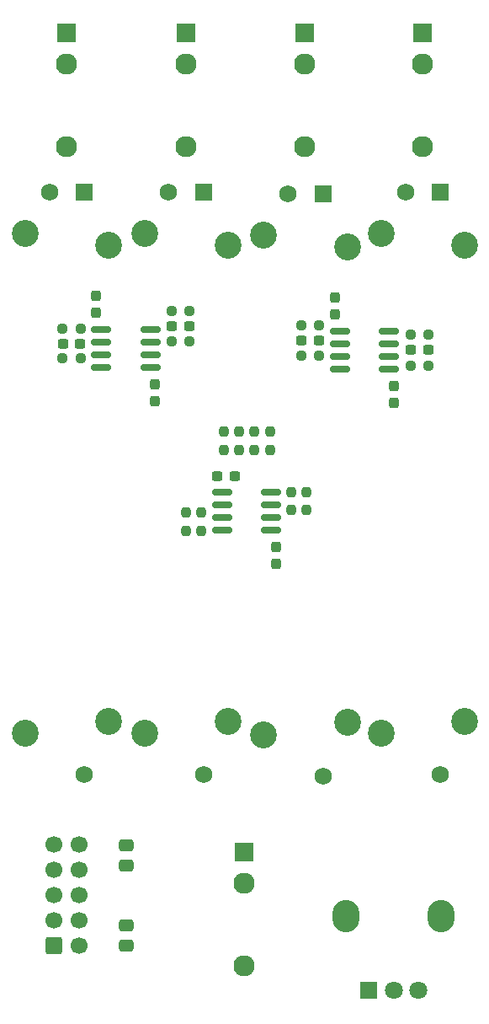
<source format=gbr>
%TF.GenerationSoftware,KiCad,Pcbnew,6.0.11+dfsg-1~bpo11+1*%
%TF.CreationDate,2023-04-14T14:38:55+08:00*%
%TF.ProjectId,MiniMix - Main,4d696e69-4d69-4782-902d-204d61696e2e,rev?*%
%TF.SameCoordinates,Original*%
%TF.FileFunction,Soldermask,Bot*%
%TF.FilePolarity,Negative*%
%FSLAX46Y46*%
G04 Gerber Fmt 4.6, Leading zero omitted, Abs format (unit mm)*
G04 Created by KiCad (PCBNEW 6.0.11+dfsg-1~bpo11+1) date 2023-04-14 14:38:55*
%MOMM*%
%LPD*%
G01*
G04 APERTURE LIST*
G04 Aperture macros list*
%AMRoundRect*
0 Rectangle with rounded corners*
0 $1 Rounding radius*
0 $2 $3 $4 $5 $6 $7 $8 $9 X,Y pos of 4 corners*
0 Add a 4 corners polygon primitive as box body*
4,1,4,$2,$3,$4,$5,$6,$7,$8,$9,$2,$3,0*
0 Add four circle primitives for the rounded corners*
1,1,$1+$1,$2,$3*
1,1,$1+$1,$4,$5*
1,1,$1+$1,$6,$7*
1,1,$1+$1,$8,$9*
0 Add four rect primitives between the rounded corners*
20,1,$1+$1,$2,$3,$4,$5,0*
20,1,$1+$1,$4,$5,$6,$7,0*
20,1,$1+$1,$6,$7,$8,$9,0*
20,1,$1+$1,$8,$9,$2,$3,0*%
G04 Aperture macros list end*
%ADD10R,1.750000X1.750000*%
%ADD11C,1.750000*%
%ADD12C,2.700000*%
%ADD13R,1.930000X1.830000*%
%ADD14C,2.130000*%
%ADD15O,2.720000X3.240000*%
%ADD16R,1.800000X1.800000*%
%ADD17C,1.800000*%
%ADD18RoundRect,0.237500X0.237500X-0.250000X0.237500X0.250000X-0.237500X0.250000X-0.237500X-0.250000X0*%
%ADD19RoundRect,0.237500X-0.300000X-0.237500X0.300000X-0.237500X0.300000X0.237500X-0.300000X0.237500X0*%
%ADD20RoundRect,0.237500X-0.250000X-0.237500X0.250000X-0.237500X0.250000X0.237500X-0.250000X0.237500X0*%
%ADD21RoundRect,0.237500X0.237500X-0.300000X0.237500X0.300000X-0.237500X0.300000X-0.237500X-0.300000X0*%
%ADD22RoundRect,0.237500X0.250000X0.237500X-0.250000X0.237500X-0.250000X-0.237500X0.250000X-0.237500X0*%
%ADD23RoundRect,0.237500X0.300000X0.237500X-0.300000X0.237500X-0.300000X-0.237500X0.300000X-0.237500X0*%
%ADD24RoundRect,0.250000X-0.475000X0.337500X-0.475000X-0.337500X0.475000X-0.337500X0.475000X0.337500X0*%
%ADD25RoundRect,0.150000X-0.825000X-0.150000X0.825000X-0.150000X0.825000X0.150000X-0.825000X0.150000X0*%
%ADD26RoundRect,0.250000X-0.600000X-0.600000X0.600000X-0.600000X0.600000X0.600000X-0.600000X0.600000X0*%
%ADD27C,1.700000*%
G04 APERTURE END LIST*
D10*
%TO.C,RV1*%
X154879275Y-74800000D03*
D11*
X151379275Y-74800000D03*
X154879275Y-133300000D03*
D12*
X148929275Y-78950000D03*
X148929275Y-129150000D03*
X157329275Y-80150000D03*
X157329275Y-127950000D03*
%TD*%
D13*
%TO.C,J3*%
X177079275Y-58820000D03*
D14*
X177079275Y-70220000D03*
X177079275Y-61920000D03*
%TD*%
D13*
%TO.C,J2*%
X165079275Y-58800000D03*
D14*
X165079275Y-70200000D03*
X165079275Y-61900000D03*
%TD*%
D10*
%TO.C,RV4*%
X190679275Y-74800000D03*
D11*
X187179275Y-74800000D03*
X190679275Y-133300000D03*
D12*
X193129275Y-80150000D03*
X184729275Y-129150000D03*
X184729275Y-78950000D03*
X193129275Y-127950000D03*
%TD*%
D15*
%TO.C,RV5*%
X190800000Y-147500000D03*
X181200000Y-147500000D03*
D16*
X183500000Y-155000000D03*
D17*
X186000000Y-155000000D03*
X188500000Y-155000000D03*
%TD*%
D13*
%TO.C,J1*%
X153129275Y-58800000D03*
D14*
X153129275Y-70200000D03*
X153129275Y-61900000D03*
%TD*%
D13*
%TO.C,J5*%
X171000000Y-141070000D03*
D14*
X171000000Y-152470000D03*
X171000000Y-144170000D03*
%TD*%
D13*
%TO.C,J4*%
X188879275Y-58820000D03*
D14*
X188879275Y-70220000D03*
X188879275Y-61920000D03*
%TD*%
D10*
%TO.C,RV3*%
X178890000Y-74920000D03*
D11*
X175390000Y-74920000D03*
X178890000Y-133420000D03*
D12*
X172940000Y-129270000D03*
X181340000Y-80270000D03*
X181340000Y-128070000D03*
X172940000Y-79070000D03*
%TD*%
D10*
%TO.C,RV2*%
X166879275Y-74800000D03*
D11*
X163379275Y-74800000D03*
X166879275Y-133300000D03*
D12*
X169329275Y-127950000D03*
X169329275Y-80150000D03*
X160929275Y-129150000D03*
X160929275Y-78950000D03*
%TD*%
D18*
%TO.C,R12*%
X173550000Y-100662500D03*
X173550000Y-98837500D03*
%TD*%
%TO.C,R8*%
X172000000Y-100662500D03*
X172000000Y-98837500D03*
%TD*%
D19*
%TO.C,C12*%
X168287500Y-103350000D03*
X170012500Y-103350000D03*
%TD*%
%TO.C,C5*%
X163700000Y-88250000D03*
X165425000Y-88250000D03*
%TD*%
D18*
%TO.C,R22*%
X165100000Y-108812500D03*
X165100000Y-106987500D03*
%TD*%
D20*
%TO.C,R3*%
X152687500Y-88500000D03*
X154512500Y-88500000D03*
%TD*%
D18*
%TO.C,R9*%
X168900000Y-100662500D03*
X168900000Y-98837500D03*
%TD*%
%TO.C,R20*%
X177250000Y-106712500D03*
X177250000Y-104887500D03*
%TD*%
%TO.C,R7*%
X170450000Y-100662500D03*
X170450000Y-98837500D03*
%TD*%
D21*
%TO.C,C11*%
X174200000Y-112162500D03*
X174200000Y-110437500D03*
%TD*%
D22*
%TO.C,R11*%
X189512500Y-92200000D03*
X187687500Y-92200000D03*
%TD*%
D23*
%TO.C,C6*%
X178462500Y-89700000D03*
X176737500Y-89700000D03*
%TD*%
D24*
%TO.C,C4*%
X159100000Y-148412500D03*
X159100000Y-150487500D03*
%TD*%
D25*
%TO.C,U2*%
X180575000Y-92555000D03*
X180575000Y-91285000D03*
X180575000Y-90015000D03*
X180575000Y-88745000D03*
X185525000Y-88745000D03*
X185525000Y-90015000D03*
X185525000Y-91285000D03*
X185525000Y-92555000D03*
%TD*%
D21*
%TO.C,C9*%
X180100000Y-87062500D03*
X180100000Y-85337500D03*
%TD*%
%TO.C,C2*%
X156100000Y-86912500D03*
X156100000Y-85187500D03*
%TD*%
D24*
%TO.C,C3*%
X159100000Y-140362500D03*
X159100000Y-142437500D03*
%TD*%
D22*
%TO.C,R1*%
X165475000Y-86700000D03*
X163650000Y-86700000D03*
%TD*%
D20*
%TO.C,R5*%
X176687500Y-91250000D03*
X178512500Y-91250000D03*
%TD*%
D18*
%TO.C,R16*%
X175700000Y-106712500D03*
X175700000Y-104887500D03*
%TD*%
D26*
%TO.C,J6*%
X151800000Y-150500000D03*
D27*
X154340000Y-150500000D03*
X151800000Y-147960000D03*
X154340000Y-147960000D03*
X151800000Y-145420000D03*
X154340000Y-145420000D03*
X151800000Y-142880000D03*
X154340000Y-142880000D03*
X151800000Y-140340000D03*
X154340000Y-140340000D03*
%TD*%
D25*
%TO.C,U1*%
X156575000Y-92405000D03*
X156575000Y-91135000D03*
X156575000Y-89865000D03*
X156575000Y-88595000D03*
X161525000Y-88595000D03*
X161525000Y-89865000D03*
X161525000Y-91135000D03*
X161525000Y-92405000D03*
%TD*%
%TO.C,U3*%
X168725000Y-108755000D03*
X168725000Y-107485000D03*
X168725000Y-106215000D03*
X168725000Y-104945000D03*
X173675000Y-104945000D03*
X173675000Y-106215000D03*
X173675000Y-107485000D03*
X173675000Y-108755000D03*
%TD*%
D19*
%TO.C,C10*%
X187737500Y-90650000D03*
X189462500Y-90650000D03*
%TD*%
D22*
%TO.C,R4*%
X165475000Y-89800000D03*
X163650000Y-89800000D03*
%TD*%
D21*
%TO.C,C1*%
X162000000Y-95812500D03*
X162000000Y-94087500D03*
%TD*%
D22*
%TO.C,R10*%
X189512500Y-89125000D03*
X187687500Y-89125000D03*
%TD*%
D20*
%TO.C,R2*%
X176687500Y-88150000D03*
X178512500Y-88150000D03*
%TD*%
D23*
%TO.C,C7*%
X154462500Y-90000000D03*
X152737500Y-90000000D03*
%TD*%
D18*
%TO.C,R21*%
X166650000Y-108812500D03*
X166650000Y-106987500D03*
%TD*%
D21*
%TO.C,C8*%
X186050000Y-95962500D03*
X186050000Y-94237500D03*
%TD*%
D20*
%TO.C,R6*%
X152687500Y-91500000D03*
X154512500Y-91500000D03*
%TD*%
M02*

</source>
